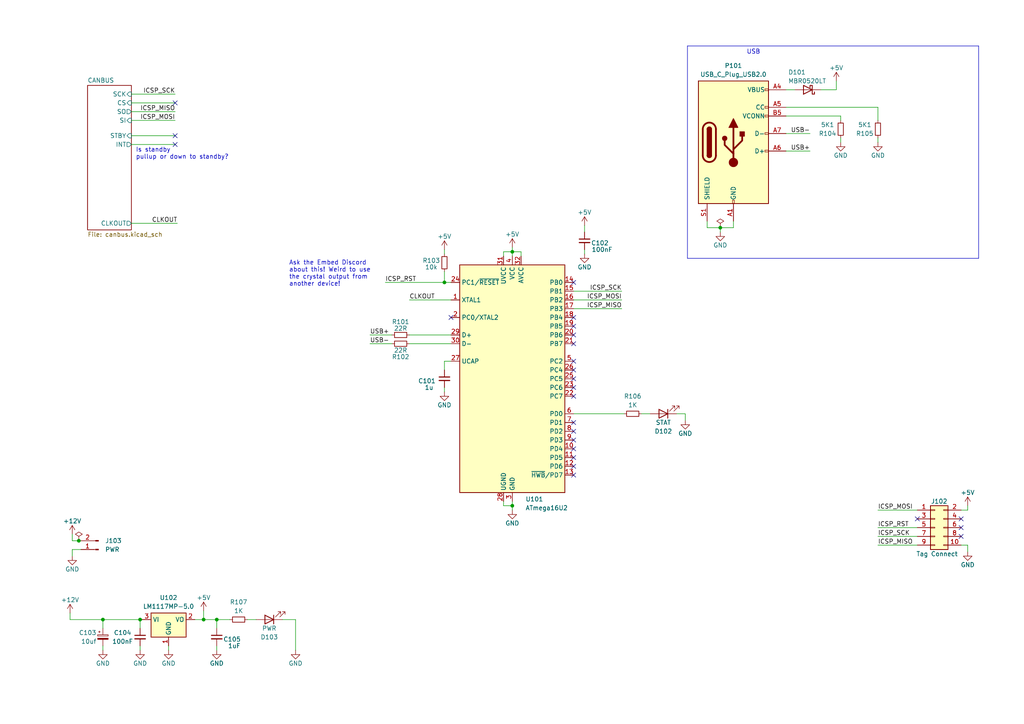
<source format=kicad_sch>
(kicad_sch (version 20230121) (generator eeschema)
  (paper "A4")
  (title_block (title "CANIO") (rev "${REVISION}") (company "Kitsune Robotics"))
  (lib_symbols
    (symbol "Connector:Conn_01x02_Pin" (pin_names (offset 1.016) hide)
      (property "Reference" "J" (at 0 2.54 0))
      (property "Value" "Conn_01x02_Pin" (at 0 -5.08 0))
      (symbol "Conn_01x02_Pin_1_1"
        (polyline (pts (xy 1.27 -2.54) (xy 0.8636 -2.54)) (stroke (width 0.1524)))
        (polyline (pts (xy 1.27 0) (xy 0.8636 0)) (stroke (width 0.1524)))
        (rectangle (start 0.8636 -2.413) (end 0 -2.667) (stroke (width 0.1524)) (fill (type outline)))
        (rectangle (start 0.8636 0.127) (end 0 -0.127) (stroke (width 0.1524)) (fill (type outline)))
        (pin passive line (at 5.08 0 180) (length 3.81) (name "Pin_1") (number "1"))
        (pin passive line (at 5.08 -2.54 180) (length 3.81) (name "Pin_2") (number "2"))
      )
    )
    (symbol "Connector:USB_C_Plug_USB2.0" (pin_names (offset 1.016))
      (property "Reference" "P" (at -10.16 19.05 0))
      (property "Value" "USB_C_Plug_USB2.0" (at 12.7 19.05 0))
      (symbol "USB_C_Plug_USB2.0_0_0"
        (rectangle (start -0.254 -17.78) (end 0.254 -16.764))
        (rectangle (start 10.16 -2.286) (end 9.144 -2.794))
        (rectangle (start 10.16 2.794) (end 9.144 2.286))
        (rectangle (start 10.16 7.874) (end 9.144 7.366))
        (rectangle (start 10.16 10.414) (end 9.144 9.906))
        (rectangle (start 10.16 15.494) (end 9.144 14.986))
      )
      (symbol "USB_C_Plug_USB2.0_0_1"
        (rectangle (start -10.16 17.78) (end 10.16 -17.78) (stroke (width 0.254)) (fill (type background)))
        (arc (start -8.89 -3.81) (mid -6.985 -5.7067) (end -5.08 -3.81) (stroke (width 0.508)))
        (arc (start -7.62 -3.81) (mid -6.985 -4.4423) (end -6.35 -3.81) (stroke (width 0.254)))
        (arc (start -7.62 -3.81) (mid -6.985 -4.4423) (end -6.35 -3.81) (stroke (width 0.254)) (fill (type outline)))
        (rectangle (start -7.62 -3.81) (end -6.35 3.81) (stroke (width 0.254)) (fill (type outline)))
        (arc (start -6.35 3.81) (mid -6.985 4.4423) (end -7.62 3.81) (stroke (width 0.254)))
        (arc (start -6.35 3.81) (mid -6.985 4.4423) (end -7.62 3.81) (stroke (width 0.254)) (fill (type outline)))
        (arc (start -5.08 3.81) (mid -6.985 5.7067) (end -8.89 3.81) (stroke (width 0.508)))
        (circle (center -2.54 1.143) (radius 0.635) (stroke (width 0.254)) (fill (type outline)))
        (circle (center 0 -5.842) (radius 1.27) (fill (type outline)))
        (polyline (pts (xy -8.89 -3.81) (xy -8.89 3.81)) (stroke (width 0.508)))
        (polyline (pts (xy -5.08 3.81) (xy -5.08 -3.81)) (stroke (width 0.508)))
        (polyline (pts (xy 0 -5.842) (xy 0 4.318)) (stroke (width 0.508)))
        (polyline (pts (xy 0 -3.302) (xy -2.54 -0.762) (xy -2.54 0.508)) (stroke (width 0.508)))
        (polyline (pts (xy 0 -2.032) (xy 2.54 0.508) (xy 2.54 1.778)) (stroke (width 0.508)))
        (polyline (pts (xy -1.27 4.318) (xy 0 6.858) (xy 1.27 4.318) (xy -1.27 4.318)) (stroke (width 0.254)) (fill (type outline)))
        (rectangle (start 1.905 1.778) (end 3.175 3.048) (stroke (width 0.254)) (fill (type outline)))
      )
      (symbol "USB_C_Plug_USB2.0_1_1"
        (pin passive line (at 0 -22.86 90) (length 5.08) (name "GND") (number "A1"))
        (pin passive line (at 0 -22.86 90) (length 5.08) hide (name "GND") (number "A12"))
        (pin passive line (at 15.24 15.24 180) (length 5.08) (name "VBUS") (number "A4"))
        (pin bidirectional line (at 15.24 10.16 180) (length 5.08) (name "CC") (number "A5"))
        (pin bidirectional line (at 15.24 -2.54 180) (length 5.08) (name "D+") (number "A6"))
        (pin bidirectional line (at 15.24 2.54 180) (length 5.08) (name "D-") (number "A7"))
        (pin passive line (at 15.24 15.24 180) (length 5.08) hide (name "VBUS") (number "A9"))
        (pin passive line (at 0 -22.86 90) (length 5.08) hide (name "GND") (number "B1"))
        (pin passive line (at 0 -22.86 90) (length 5.08) hide (name "GND") (number "B12"))
        (pin passive line (at 15.24 15.24 180) (length 5.08) hide (name "VBUS") (number "B4"))
        (pin bidirectional line (at 15.24 7.62 180) (length 5.08) (name "VCONN") (number "B5"))
        (pin passive line (at 15.24 15.24 180) (length 5.08) hide (name "VBUS") (number "B9"))
        (pin passive line (at -7.62 -22.86 90) (length 5.08) (name "SHIELD") (number "S1"))
      )
    )
    (symbol "Connector_Generic:Conn_02x05_Odd_Even" (pin_names (offset 1.016) hide)
      (property "Reference" "J" (at 1.27 7.62 0))
      (property "Value" "Conn_02x05_Odd_Even" (at 1.27 -7.62 0))
      (symbol "Conn_02x05_Odd_Even_1_1"
        (rectangle (start -1.27 -4.953) (end 0 -5.207) (stroke (width 0.1524)))
        (rectangle (start -1.27 -2.413) (end 0 -2.667) (stroke (width 0.1524)))
        (rectangle (start -1.27 0.127) (end 0 -0.127) (stroke (width 0.1524)))
        (rectangle (start -1.27 2.667) (end 0 2.413) (stroke (width 0.1524)))
        (rectangle (start -1.27 5.207) (end 0 4.953) (stroke (width 0.1524)))
        (rectangle (start -1.27 6.35) (end 3.81 -6.35) (stroke (width 0.254)) (fill (type background)))
        (rectangle (start 3.81 -4.953) (end 2.54 -5.207) (stroke (width 0.1524)))
        (rectangle (start 3.81 -2.413) (end 2.54 -2.667) (stroke (width 0.1524)))
        (rectangle (start 3.81 0.127) (end 2.54 -0.127) (stroke (width 0.1524)))
        (rectangle (start 3.81 2.667) (end 2.54 2.413) (stroke (width 0.1524)))
        (rectangle (start 3.81 5.207) (end 2.54 4.953) (stroke (width 0.1524)))
        (pin passive line (at -5.08 5.08 0) (length 3.81) (name "Pin_1") (number "1"))
        (pin passive line (at 7.62 -5.08 180) (length 3.81) (name "Pin_10") (number "10"))
        (pin passive line (at 7.62 5.08 180) (length 3.81) (name "Pin_2") (number "2"))
        (pin passive line (at -5.08 2.54 0) (length 3.81) (name "Pin_3") (number "3"))
        (pin passive line (at 7.62 2.54 180) (length 3.81) (name "Pin_4") (number "4"))
        (pin passive line (at -5.08 0 0) (length 3.81) (name "Pin_5") (number "5"))
        (pin passive line (at 7.62 0 180) (length 3.81) (name "Pin_6") (number "6"))
        (pin passive line (at -5.08 -2.54 0) (length 3.81) (name "Pin_7") (number "7"))
        (pin passive line (at 7.62 -2.54 180) (length 3.81) (name "Pin_8") (number "8"))
        (pin passive line (at -5.08 -5.08 0) (length 3.81) (name "Pin_9") (number "9"))
      )
    )
    (symbol "Device:C_Polarized_Small" (pin_numbers hide) (pin_names (offset 0.254) hide)
      (property "Reference" "C" (at 0.254 1.778 0))
      (property "Value" "C_Polarized_Small" (at 0.254 -2.032 0))
      (symbol "C_Polarized_Small_0_1"
        (rectangle (start -1.524 -0.3048) (end 1.524 -0.6858) (fill (type outline)))
        (rectangle (start -1.524 0.6858) (end 1.524 0.3048))
        (polyline (pts (xy -1.27 1.524) (xy -0.762 1.524)))
        (polyline (pts (xy -1.016 1.27) (xy -1.016 1.778)))
      )
      (symbol "C_Polarized_Small_1_1"
        (pin passive line (at 0 2.54 270) (length 1.8542) (name "~") (number "1"))
        (pin passive line (at 0 -2.54 90) (length 1.8542) (name "~") (number "2"))
      )
    )
    (symbol "Device:C_Small" (pin_numbers hide) (pin_names (offset 0.254) hide)
      (property "Reference" "C" (at 0.254 1.778 0))
      (property "Value" "C_Small" (at 0.254 -2.032 0))
      (symbol "C_Small_0_1"
        (polyline (pts (xy -1.524 -0.508) (xy 1.524 -0.508)) (stroke (width 0.3302)))
        (polyline (pts (xy -1.524 0.508) (xy 1.524 0.508)) (stroke (width 0.3048)))
      )
      (symbol "C_Small_1_1"
        (pin passive line (at 0 2.54 270) (length 2.032) (name "~") (number "1"))
        (pin passive line (at 0 -2.54 90) (length 2.032) (name "~") (number "2"))
      )
    )
    (symbol "Device:LED" (pin_numbers hide) (pin_names (offset 1.016) hide)
      (property "Reference" "D" (at 0 2.54 0))
      (property "Value" "LED" (at 0 -2.54 0))
      (symbol "LED_0_1"
        (polyline (pts (xy -1.27 -1.27) (xy -1.27 1.27)) (stroke (width 0.254)))
        (polyline (pts (xy -1.27 0) (xy 1.27 0)))
        (polyline (pts (xy 1.27 -1.27) (xy 1.27 1.27) (xy -1.27 0) (xy 1.27 -1.27)) (stroke (width 0.254)))
        (polyline (pts (xy -3.048 -0.762) (xy -4.572 -2.286) (xy -3.81 -2.286) (xy -4.572 -2.286) (xy -4.572 -1.524)))
        (polyline (pts (xy -1.778 -0.762) (xy -3.302 -2.286) (xy -2.54 -2.286) (xy -3.302 -2.286) (xy -3.302 -1.524)))
      )
      (symbol "LED_1_1"
        (pin passive line (at -3.81 0 0) (length 2.54) (name "K") (number "1"))
        (pin passive line (at 3.81 0 180) (length 2.54) (name "A") (number "2"))
      )
    )
    (symbol "Device:R_Small" (pin_numbers hide) (pin_names (offset 0.254) hide)
      (property "Reference" "R" (at 0.762 0.508 0))
      (property "Value" "R_Small" (at 0.762 -1.016 0))
      (symbol "R_Small_0_1"
        (rectangle (start -0.762 1.778) (end 0.762 -1.778) (stroke (width 0.2032)))
      )
      (symbol "R_Small_1_1"
        (pin passive line (at 0 2.54 270) (length 0.762) (name "~") (number "1"))
        (pin passive line (at 0 -2.54 90) (length 0.762) (name "~") (number "2"))
      )
    )
    (symbol "Diode:MBR0520LT" (pin_numbers hide) (pin_names (offset 1.016) hide)
      (property "Reference" "D" (at 0 2.54 0))
      (property "Value" "MBR0520LT" (at 0 -2.54 0))
      (symbol "MBR0520LT_0_1"
        (polyline (pts (xy 1.27 0) (xy -1.27 0)))
        (polyline (pts (xy 1.27 1.27) (xy 1.27 -1.27) (xy -1.27 0) (xy 1.27 1.27)) (stroke (width 0.254)))
        (polyline (pts (xy -1.905 0.635) (xy -1.905 1.27) (xy -1.27 1.27) (xy -1.27 -1.27) (xy -0.635 -1.27) (xy -0.635 -0.635)) (stroke (width 0.254)))
      )
      (symbol "MBR0520LT_1_1"
        (pin passive line (at -3.81 0 0) (length 2.54) (name "K") (number "1"))
        (pin passive line (at 3.81 0 180) (length 2.54) (name "A") (number "2"))
      )
    )
    (symbol "GND_1" (power) (pin_names (offset 0))
      (property "Value" "GND_1" (at 0 -3.81 0))
      (symbol "GND_1_0_1"
        (polyline (pts (xy 0 0) (xy 0 -1.27) (xy 1.27 -1.27) (xy 0 -2.54) (xy -1.27 -1.27) (xy 0 -1.27)))
      )
      (symbol "GND_1_1_1"
        (pin power_in line (at 0 0 270) (length 0) hide (name "GND") (number "1"))
      )
    )
    (symbol "GND_3" (power) (pin_names (offset 0))
      (property "Value" "GND_3" (at 0 -3.81 0))
      (symbol "GND_3_0_1"
        (polyline (pts (xy 0 0) (xy 0 -1.27) (xy 1.27 -1.27) (xy 0 -2.54) (xy -1.27 -1.27) (xy 0 -1.27)))
      )
      (symbol "GND_3_1_1"
        (pin power_in line (at 0 0 270) (length 0) hide (name "GND") (number "1"))
      )
    )
    (symbol "GND_4" (power) (pin_names (offset 0))
      (property "Value" "GND_4" (at 0 -3.81 0))
      (symbol "GND_4_0_1"
        (polyline (pts (xy 0 0) (xy 0 -1.27) (xy 1.27 -1.27) (xy 0 -2.54) (xy -1.27 -1.27) (xy 0 -1.27)))
      )
      (symbol "GND_4_1_1"
        (pin power_in line (at 0 0 270) (length 0) hide (name "GND") (number "1"))
      )
    )
    (symbol "GND_5" (power) (pin_names (offset 0))
      (property "Value" "GND_5" (at 0 -3.81 0))
      (symbol "GND_5_0_1"
        (polyline (pts (xy 0 0) (xy 0 -1.27) (xy 1.27 -1.27) (xy 0 -2.54) (xy -1.27 -1.27) (xy 0 -1.27)))
      )
      (symbol "GND_5_1_1"
        (pin power_in line (at 0 0 270) (length 0) hide (name "GND") (number "1"))
      )
    )
    (symbol "GND_6" (power) (pin_names (offset 0))
      (property "Value" "GND_6" (at 0 -3.81 0))
      (symbol "GND_6_0_1"
        (polyline (pts (xy 0 0) (xy 0 -1.27) (xy 1.27 -1.27) (xy 0 -2.54) (xy -1.27 -1.27) (xy 0 -1.27)))
      )
      (symbol "GND_6_1_1"
        (pin power_in line (at 0 0 270) (length 0) hide (name "GND") (number "1"))
      )
    )
    (symbol "MCU_Microchip_ATmega:ATmega16U2-A"
      (property "Reference" "U" (at -15.24 34.29 0))
      (property "Value" "ATmega16U2-A" (at 2.54 -34.29 0))
      (symbol "ATmega16U2-A_0_1"
        (rectangle (start -15.24 -33.02) (end 15.24 33.02) (stroke (width 0.254)) (fill (type background)))
      )
      (symbol "ATmega16U2-A_1_1"
        (pin input line (at -17.78 22.86 0) (length 2.54) (name "XTAL1") (number "1"))
        (pin bidirectional line (at 17.78 -20.32 180) (length 2.54) (name "PD4") (number "10"))
        (pin bidirectional line (at 17.78 -22.86 180) (length 2.54) (name "PD5") (number "11"))
        (pin bidirectional line (at 17.78 -25.4 180) (length 2.54) (name "PD6") (number "12"))
        (pin bidirectional line (at 17.78 -27.94 180) (length 2.54) (name "~{HWB}/PD7") (number "13"))
        (pin bidirectional line (at 17.78 27.94 180) (length 2.54) (name "PB0") (number "14"))
        (pin bidirectional line (at 17.78 25.4 180) (length 2.54) (name "PB1") (number "15"))
        (pin bidirectional line (at 17.78 22.86 180) (length 2.54) (name "PB2") (number "16"))
        (pin bidirectional line (at 17.78 20.32 180) (length 2.54) (name "PB3") (number "17"))
        (pin bidirectional line (at 17.78 17.78 180) (length 2.54) (name "PB4") (number "18"))
        (pin bidirectional line (at 17.78 15.24 180) (length 2.54) (name "PB5") (number "19"))
        (pin bidirectional line (at -17.78 17.78 0) (length 2.54) (name "PC0/XTAL2") (number "2"))
        (pin bidirectional line (at 17.78 12.7 180) (length 2.54) (name "PB6") (number "20"))
        (pin bidirectional line (at 17.78 10.16 180) (length 2.54) (name "PB7") (number "21"))
        (pin bidirectional line (at 17.78 -5.08 180) (length 2.54) (name "PC7") (number "22"))
        (pin bidirectional line (at 17.78 -2.54 180) (length 2.54) (name "PC6") (number "23"))
        (pin bidirectional line (at -17.78 27.94 0) (length 2.54) (name "PC1/~{RESET}") (number "24"))
        (pin bidirectional line (at 17.78 0 180) (length 2.54) (name "PC5") (number "25"))
        (pin bidirectional line (at 17.78 2.54 180) (length 2.54) (name "PC4") (number "26"))
        (pin passive line (at -17.78 5.08 0) (length 2.54) (name "UCAP") (number "27"))
        (pin power_in line (at -2.54 -35.56 90) (length 2.54) (name "UGND") (number "28"))
        (pin bidirectional line (at -17.78 12.7 0) (length 2.54) (name "D+") (number "29"))
        (pin power_in line (at 0 -35.56 90) (length 2.54) (name "GND") (number "3"))
        (pin bidirectional line (at -17.78 10.16 0) (length 2.54) (name "D-") (number "30"))
        (pin power_in line (at -2.54 35.56 270) (length 2.54) (name "UVCC") (number "31"))
        (pin power_in line (at 2.54 35.56 270) (length 2.54) (name "AVCC") (number "32"))
        (pin power_in line (at 0 35.56 270) (length 2.54) (name "VCC") (number "4"))
        (pin bidirectional line (at 17.78 5.08 180) (length 2.54) (name "PC2") (number "5"))
        (pin bidirectional line (at 17.78 -10.16 180) (length 2.54) (name "PD0") (number "6"))
        (pin bidirectional line (at 17.78 -12.7 180) (length 2.54) (name "PD1") (number "7"))
        (pin bidirectional line (at 17.78 -15.24 180) (length 2.54) (name "PD2") (number "8"))
        (pin bidirectional line (at 17.78 -17.78 180) (length 2.54) (name "PD3") (number "9"))
      )
    )
    (symbol "Regulator_Linear:LM1117MP-5.0"
      (property "Reference" "U" (at -3.81 3.175 0))
      (property "Value" "LM1117MP-5.0" (at 0 3.175 0))
      (symbol "LM1117MP-5.0_0_1"
        (rectangle (start -5.08 -5.08) (end 5.08 1.905) (stroke (width 0.254)) (fill (type background)))
      )
      (symbol "LM1117MP-5.0_1_1"
        (pin power_in line (at 0 -7.62 90) (length 2.54) (name "GND") (number "1"))
        (pin power_out line (at 7.62 0 180) (length 2.54) (name "VO") (number "2"))
        (pin power_in line (at -7.62 0 0) (length 2.54) (name "VI") (number "3"))
      )
    )
    (symbol "power:+12V" (power) (pin_names (offset 0))
      (property "Value" "+12V" (at 0 3.556 0))
      (symbol "+12V_0_1"
        (polyline (pts (xy -0.762 1.27) (xy 0 2.54)))
        (polyline (pts (xy 0 0) (xy 0 2.54)))
        (polyline (pts (xy 0 2.54) (xy 0.762 1.27)))
      )
      (symbol "+12V_1_1"
        (pin power_in line (at 0 0 90) (length 0) hide (name "+12V") (number "1"))
      )
    )
    (symbol "power:+5V" (power) (pin_names (offset 0))
      (property "Value" "+5V" (at 0 3.556 0))
      (symbol "+5V_0_1"
        (polyline (pts (xy -0.762 1.27) (xy 0 2.54)))
        (polyline (pts (xy 0 0) (xy 0 2.54)))
        (polyline (pts (xy 0 2.54) (xy 0.762 1.27)))
      )
      (symbol "+5V_1_1"
        (pin power_in line (at 0 0 90) (length 0) hide (name "+5V") (number "1"))
      )
    )
    (symbol "power:GND" (power) (pin_names (offset 0))
      (property "Value" "GND" (at 0 -3.81 0))
      (symbol "GND_0_1"
        (polyline (pts (xy 0 0) (xy 0 -1.27) (xy 1.27 -1.27) (xy 0 -2.54) (xy -1.27 -1.27) (xy 0 -1.27)))
      )
      (symbol "GND_1_1"
        (pin power_in line (at 0 0 270) (length 0) hide (name "GND") (number "1"))
      )
    )
    (symbol "power:PWR_FLAG" (power) (pin_numbers hide) (pin_names (offset 0) hide)
      (property "Value" "PWR_FLAG" (at 0 3.81 0))
      (symbol "PWR_FLAG_0_0"
        (pin power_out line (at 0 0 90) (length 0) (name "pwr") (number "1"))
      )
      (symbol "PWR_FLAG_0_1"
        (polyline (pts (xy 0 0) (xy 0 1.27) (xy -1.016 1.905) (xy 0 2.54) (xy 1.016 1.905) (xy 0 1.27)))
      )
    )
  )
  (junction (at 128.905 81.915))
  (junction (at 208.915 66.04))
  (junction (at 59.055 179.705))
  (junction (at 148.59 73.025))
  (junction (at 62.865 179.705))
  (junction (at 29.845 179.705))
  (junction (at 148.59 146.685))
  (junction (at 22.86 156.845))
  (junction (at 40.64 179.705))
  (no_connect (at 130.81 92.075))
  (no_connect (at 50.8 41.91))
  (no_connect (at 166.37 130.175))
  (no_connect (at 166.37 132.715))
  (no_connect (at 266.065 150.495))
  (no_connect (at 166.37 104.775))
  (no_connect (at 50.8 39.37))
  (no_connect (at 166.37 122.555))
  (no_connect (at 166.37 109.855))
  (no_connect (at 166.37 127.635))
  (no_connect (at 166.37 94.615))
  (no_connect (at 50.8 29.845))
  (no_connect (at 278.765 153.035))
  (no_connect (at 166.37 137.795))
  (no_connect (at 166.37 107.315))
  (no_connect (at 166.37 135.255))
  (no_connect (at 166.37 125.095))
  (no_connect (at 166.37 99.695))
  (no_connect (at 278.765 150.495))
  (no_connect (at 166.37 112.395))
  (no_connect (at 166.37 81.915))
  (no_connect (at 166.37 97.155))
  (no_connect (at 166.37 114.935))
  (no_connect (at 278.765 155.575))
  (no_connect (at 166.37 92.075))
  (wire (pts (xy 40.64 179.705) (xy 41.275 179.705)))
  (wire (pts (xy 128.905 72.39) (xy 128.905 73.66)))
  (wire (pts (xy 254.635 155.575) (xy 266.065 155.575)))
  (wire (pts (xy 20.955 156.845) (xy 22.86 156.845)))
  (wire (pts (xy 148.59 71.755) (xy 148.59 73.025)))
  (wire (pts (xy 278.765 147.955) (xy 280.67 147.955)))
  (wire (pts (xy 227.965 33.655) (xy 243.84 33.655)))
  (wire (pts (xy 280.67 158.115) (xy 280.67 160.02)))
  (wire (pts (xy 243.84 33.655) (xy 243.84 34.925)))
  (wire (pts (xy 29.845 179.705) (xy 40.64 179.705)))
  (wire (pts (xy 48.895 187.325) (xy 48.895 188.595)))
  (polyline (pts (xy 199.39 74.93) (xy 199.39 13.335)))
  (wire (pts (xy 128.905 112.395) (xy 128.905 113.665)))
  (wire (pts (xy 198.755 120.015) (xy 198.755 121.92)))
  (wire (pts (xy 29.845 188.595) (xy 29.845 187.325)))
  (wire (pts (xy 169.545 65.405) (xy 169.545 67.31)))
  (wire (pts (xy 59.055 179.705) (xy 62.865 179.705)))
  (wire (pts (xy 208.915 66.04) (xy 208.915 67.31)))
  (wire (pts (xy 254.635 41.275) (xy 254.635 40.005)))
  (wire (pts (xy 254.635 158.115) (xy 266.065 158.115)))
  (wire (pts (xy 85.725 179.705) (xy 85.725 188.595)))
  (wire (pts (xy 180.34 84.455) (xy 166.37 84.455)))
  (wire (pts (xy 81.915 179.705) (xy 85.725 179.705)))
  (wire (pts (xy 212.725 66.04) (xy 212.725 64.135)))
  (wire (pts (xy 40.64 179.705) (xy 40.64 182.245)))
  (wire (pts (xy 254.635 153.035) (xy 266.065 153.035)))
  (wire (pts (xy 107.315 97.155) (xy 113.665 97.155)))
  (wire (pts (xy 227.965 31.115) (xy 254.635 31.115)))
  (wire (pts (xy 227.965 43.815) (xy 234.95 43.815)))
  (wire (pts (xy 238.125 26.035) (xy 242.57 26.035)))
  (wire (pts (xy 107.315 99.695) (xy 113.665 99.695)))
  (wire (pts (xy 151.13 74.295) (xy 151.13 73.025)))
  (wire (pts (xy 148.59 146.685) (xy 148.59 147.955)))
  (wire (pts (xy 146.05 73.025) (xy 148.59 73.025)))
  (wire (pts (xy 38.1 27.305) (xy 50.8 27.305)))
  (wire (pts (xy 148.59 145.415) (xy 148.59 146.685)))
  (wire (pts (xy 208.915 66.04) (xy 212.725 66.04)))
  (wire (pts (xy 40.64 187.325) (xy 40.64 188.595)))
  (wire (pts (xy 59.055 179.705) (xy 56.515 179.705)))
  (wire (pts (xy 280.67 147.955) (xy 280.67 146.685)))
  (wire (pts (xy 180.34 89.535) (xy 166.37 89.535)))
  (wire (pts (xy 254.635 147.955) (xy 266.065 147.955)))
  (wire (pts (xy 22.86 156.845) (xy 23.495 156.845)))
  (wire (pts (xy 62.865 188.595) (xy 62.865 187.325)))
  (wire (pts (xy 166.37 120.015) (xy 180.975 120.015)))
  (wire (pts (xy 38.1 32.385) (xy 50.8 32.385)))
  (wire (pts (xy 243.84 41.275) (xy 243.84 40.005)))
  (wire (pts (xy 148.59 73.025) (xy 148.59 74.295)))
  (wire (pts (xy 20.32 179.705) (xy 29.845 179.705)))
  (wire (pts (xy 38.1 34.925) (xy 50.8 34.925)))
  (wire (pts (xy 205.105 66.04) (xy 208.915 66.04)))
  (wire (pts (xy 20.955 154.94) (xy 20.955 156.845)))
  (wire (pts (xy 254.635 31.115) (xy 254.635 34.925)))
  (wire (pts (xy 128.905 104.775) (xy 130.81 104.775)))
  (wire (pts (xy 205.105 64.135) (xy 205.105 66.04)))
  (wire (pts (xy 146.05 74.295) (xy 146.05 73.025)))
  (wire (pts (xy 71.755 179.705) (xy 74.295 179.705)))
  (polyline (pts (xy 283.845 13.335) (xy 283.845 74.93)))
  (wire (pts (xy 118.745 99.695) (xy 130.81 99.695)))
  (wire (pts (xy 62.865 179.705) (xy 66.675 179.705)))
  (polyline (pts (xy 199.39 13.335) (xy 283.845 13.335)))
  (wire (pts (xy 111.76 81.915) (xy 128.905 81.915)))
  (wire (pts (xy 180.34 86.995) (xy 166.37 86.995)))
  (wire (pts (xy 20.32 177.8) (xy 20.32 179.705)))
  (wire (pts (xy 62.865 179.705) (xy 62.865 182.245)))
  (wire (pts (xy 128.905 81.915) (xy 130.81 81.915)))
  (wire (pts (xy 38.1 41.91) (xy 50.8 41.91)))
  (wire (pts (xy 38.1 29.845) (xy 50.8 29.845)))
  (wire (pts (xy 196.215 120.015) (xy 198.755 120.015)))
  (wire (pts (xy 38.1 39.37) (xy 50.8 39.37)))
  (wire (pts (xy 169.545 72.39) (xy 169.545 73.66)))
  (polyline (pts (xy 283.845 74.93) (xy 199.39 74.93)))
  (wire (pts (xy 38.1 64.77) (xy 51.435 64.77)))
  (wire (pts (xy 20.955 159.385) (xy 20.955 161.29)))
  (wire (pts (xy 118.745 97.155) (xy 130.81 97.155)))
  (wire (pts (xy 128.905 78.74) (xy 128.905 81.915)))
  (wire (pts (xy 128.905 104.775) (xy 128.905 107.315)))
  (wire (pts (xy 227.965 38.735) (xy 234.95 38.735)))
  (wire (pts (xy 278.765 158.115) (xy 280.67 158.115)))
  (wire (pts (xy 29.845 179.705) (xy 29.845 182.245)))
  (wire (pts (xy 242.57 26.035) (xy 242.57 23.495)))
  (wire (pts (xy 186.055 120.015) (xy 188.595 120.015)))
  (wire (pts (xy 59.055 177.165) (xy 59.055 179.705)))
  (wire (pts (xy 146.05 146.685) (xy 148.59 146.685)))
  (wire (pts (xy 227.965 26.035) (xy 230.505 26.035)))
  (wire (pts (xy 151.13 73.025) (xy 148.59 73.025)))
  (wire (pts (xy 146.05 145.415) (xy 146.05 146.685)))
  (wire (pts (xy 118.745 86.995) (xy 130.81 86.995)))
  (wire (pts (xy 23.495 159.385) (xy 20.955 159.385)))
  (text "Ask the Embed Discord\nabout this! Weird to use \nthe crystal output from \nanother device!" (at 83.82 83.185 0) (effects (font (size 1.27 1.27)) (justify left bottom)))
  (text "Is standby\npullup or down to standby?" (at 39.37 46.355 0) (effects (font (size 1.27 1.27)) (justify left bottom)))
  (text "USB" (at 216.535 15.875 0) (effects (font (size 1.27 1.27)) (justify left bottom)))
  (label "ICSP_MOSI" (at 180.34 86.995 180))
  (label "CLKOUT" (at 118.745 86.995 0))
  (label "ICSP_MOSI" (at 254.635 147.955 0))
  (label "ICSP_RST" (at 111.76 81.915 0))
  (label "CLKOUT" (at 51.435 64.77 180))
  (label "USB-" (at 234.95 38.735 180))
  (label "ICSP_MOSI" (at 50.8 34.925 180))
  (label "ICSP_RST" (at 254.635 153.035 0))
  (label "USB+" (at 234.95 43.815 180))
  (label "USB+" (at 107.315 97.155 0))
  (label "ICSP_MISO" (at 180.34 89.535 180))
  (label "ICSP_SCK" (at 180.34 84.455 180))
  (label "ICSP_SCK" (at 50.8 27.305 180))
  (label "ICSP_MISO" (at 50.8 32.385 180))
  (label "ICSP_MISO" (at 254.635 158.115 0))
  (label "ICSP_SCK" (at 254.635 155.575 0))
  (label "USB-" (at 107.315 99.695 0))
  (symbol (lib_id "power:GND") (at 254.635 41.275 0) (unit 1)
    (property "Reference" "#PWR0106" (effects hide))
    (property "Value" "GND" (at 254.635 45.085 0))
  )
  (symbol (lib_id "power:+5V") (at 59.055 177.165 0) (unit 1)
    (property "Reference" "#PWR0117" (effects hide))
    (property "Value" "+5V" (at 59.055 173.355 0))
  )
  (symbol (lib_id "Device:C_Small") (at 40.64 184.785 0) (unit 1)
    (property "Reference" "C104" (at 35.56 183.515 0))
    (property "Value" "100nF" (at 35.56 186.055 0))
    (property "Footprint" "Capacitor_SMD:C_0805_2012Metric" (effects hide))
  )
  (symbol (lib_id "Regulator_Linear:LM1117MP-5.0") (at 48.895 179.705 0) (unit 1)
    (property "Reference" "U102" (at 48.895 173.355 0))
    (property "Value" "LM1117MP-5.0" (at 48.895 175.895 0))
    (property "Footprint" "Package_TO_SOT_SMD:SOT-223-3_TabPin2" (effects hide))
    (property "Datasheet" "http://www.ti.com/lit/ds/symlink/lm1117.pdf" (effects hide))
  )
  (symbol (lib_name "GND_6") (lib_id "power:GND") (at 62.865 188.595 0) (unit 1)
    (property "Reference" "#PWR0118" (effects hide))
    (property "Value" "GND" (at 62.865 192.405 0))
  )
  (symbol (lib_id "power:GND") (at 208.915 67.31 0) (unit 1)
    (property "Reference" "#PWR0101" (effects hide))
    (property "Value" "GND" (at 208.915 71.12 0))
  )
  (symbol (lib_name "GND_4") (lib_id "power:GND") (at 29.845 188.595 0) (unit 1)
    (property "Reference" "#PWR0114" (effects hide))
    (property "Value" "GND" (at 29.845 192.405 0))
  )
  (symbol (lib_name "GND_5") (lib_id "power:GND") (at 169.545 73.66 0) (unit 1)
    (property "Reference" "#PWR0109" (effects hide))
    (property "Value" "GND" (at 169.545 77.47 0))
  )
  (symbol (lib_id "power:PWR_FLAG") (at 22.86 156.845 0) (unit 1)
    (property "Reference" "#FLG0102" (effects hide))
    (property "Value" "PWR_FLAG" (effects hide))
  )
  (symbol (lib_id "power:GND") (at 280.67 160.02 0) (unit 1)
    (property "Reference" "#PWR0112" (effects hide))
    (property "Value" "GND" (at 280.67 163.83 0))
  )
  (symbol (lib_id "power:+5V") (at 280.67 146.685 0) (unit 1)
    (property "Reference" "#PWR0111" (effects hide))
    (property "Value" "+5V" (at 280.67 142.875 0))
  )
  (symbol (lib_id "Device:C_Small") (at 62.865 184.785 0) (unit 1)
    (property "Reference" "C105" (at 67.31 185.42 0))
    (property "Value" "1uF" (at 67.945 187.325 0))
    (property "Footprint" "Capacitor_SMD:C_0805_2012Metric" (effects hide))
  )
  (symbol (lib_id "Device:R_Small") (at 128.905 76.2 180) (unit 1)
    (property "Reference" "R103" (at 125.095 75.565 0))
    (property "Value" "10k" (at 125.095 77.47 0))
    (property "Footprint" "Resistor_SMD:R_0805_2012Metric" (effects hide))
  )
  (symbol (lib_name "GND_5") (lib_id "power:GND") (at 128.905 113.665 0) (unit 1)
    (property "Reference" "#PWR0104" (effects hide))
    (property "Value" "GND" (at 128.905 117.475 0))
  )
  (symbol (lib_name "GND_3") (lib_id "power:GND") (at 40.64 188.595 0) (unit 1)
    (property "Reference" "#PWR0115" (effects hide))
    (property "Value" "GND" (at 40.64 192.405 0))
  )
  (symbol (lib_id "Device:R_Small") (at 183.515 120.015 90) (unit 1)
    (property "Reference" "R106" (at 183.515 114.935 90))
    (property "Value" "1K" (at 183.515 117.475 90))
    (property "Footprint" "Resistor_SMD:R_0805_2012Metric" (effects hide))
  )
  (symbol (lib_id "Connector:USB_C_Plug_USB2.0") (at 212.725 41.275 0) (unit 1)
    (property "Reference" "P101" (at 212.725 19.05 0))
    (property "Value" "USB_C_Plug_USB2.0" (at 212.725 21.59 0))
    (property "Footprint" "KenwoodFox:USB_C_Receptacle_XKB_U262-16XN-4BVC11_Full_Pads" (effects hide))
    (property "Datasheet" "https://www.usb.org/sites/default/files/documents/usb_type-c.zip" (effects hide))
  )
  (symbol (lib_id "Device:LED") (at 78.105 179.705 180) (unit 1)
    (property "Reference" "D103" (at 78.105 184.785 0))
    (property "Value" "PWR" (at 78.105 182.245 0))
    (property "Footprint" "LED_SMD:LED_0805_2012Metric" (effects hide))
  )
  (symbol (lib_id "power:+12V") (at 20.32 177.8 0) (unit 1)
    (property "Reference" "#PWR0113" (effects hide))
    (property "Value" "+12V" (at 20.32 173.99 0))
  )
  (symbol (lib_id "power:+5V") (at 169.545 65.405 0) (unit 1)
    (property "Reference" "#PWR0108" (effects hide))
    (property "Value" "+5V" (at 169.545 61.595 0))
  )
  (symbol (lib_id "power:+12V") (at 20.955 154.94 0) (unit 1)
    (property "Reference" "#PWR0121" (effects hide))
    (property "Value" "+12V" (at 20.955 151.13 0))
  )
  (symbol (lib_id "Device:C_Small") (at 128.905 109.855 0) (unit 1)
    (property "Reference" "C101" (at 123.825 110.49 0))
    (property "Value" "1u" (at 124.46 112.395 0))
    (property "Footprint" "Capacitor_SMD:C_0805_2012Metric" (effects hide))
  )
  (symbol (lib_id "power:PWR_FLAG") (at 208.915 66.04 0) (unit 1)
    (property "Reference" "#FLG0101" (effects hide))
    (property "Value" "PWR_FLAG" (effects hide))
  )
  (symbol (lib_id "Device:R_Small") (at 243.84 37.465 180) (unit 1)
    (property "Reference" "R104" (at 240.03 38.735 0))
    (property "Value" "5K1" (at 240.03 36.195 0))
    (property "Footprint" "Resistor_SMD:R_0805_2012Metric" (effects hide))
    (property "LCSC#" "C269748" (effects hide))
  )
  (symbol (lib_id "Connector_Generic:Conn_02x05_Odd_Even") (at 271.145 153.035 0) (unit 1)
    (property "Reference" "J102" (at 272.415 145.415 0))
    (property "Value" "Tag Connect" (at 271.78 160.655 0))
    (property "Footprint" "Connector:Tag-Connect_TC2050-IDC-FP_2x05_P1.27mm_Vertical" (effects hide))
  )
  (symbol (lib_id "Device:R_Small") (at 69.215 179.705 90) (unit 1)
    (property "Reference" "R107" (at 69.215 174.625 90))
    (property "Value" "1K" (at 69.215 177.165 90))
    (property "Footprint" "Resistor_SMD:R_0805_2012Metric" (effects hide))
  )
  (symbol (lib_id "power:+5V") (at 242.57 23.495 0) (unit 1)
    (property "Reference" "#PWR0102" (effects hide))
    (property "Value" "+5V" (at 242.57 19.685 0))
  )
  (symbol (lib_id "Device:C_Polarized_Small") (at 29.845 184.785 0) (unit 1)
    (property "Reference" "C103" (at 22.86 183.515 0) (effects (justify left)))
    (property "Value" "10uf" (at 23.495 186.055 0) (effects (justify left)))
    (property "Footprint" "Capacitor_SMD:CP_Elec_4x3" (effects hide))
  )
  (symbol (lib_id "Diode:MBR0520LT") (at 234.315 26.035 180) (unit 1)
    (property "Reference" "D101" (at 228.6 20.955 0) (effects (justify right)))
    (property "Value" "MBR0520LT" (at 228.6 23.495 0) (effects (justify right)))
    (property "Footprint" "Diode_SMD:D_SOD-123" (effects hide))
    (property "Datasheet" "http://www.onsemi.com/pub_link/Collateral/MBR0520LT1-D.PDF" (effects hide))
    (property "LCSC#" "C165467" (effects hide))
  )
  (symbol (lib_id "power:GND") (at 85.725 188.595 0) (unit 1)
    (property "Reference" "#PWR0119" (effects hide))
    (property "Value" "GND" (at 85.725 192.405 0))
  )
  (symbol (lib_id "Connector:Conn_01x02_Pin") (at 28.575 159.385 180) (unit 1)
    (property "Reference" "J103" (at 30.48 156.845 0) (effects (justify right)))
    (property "Value" "PWR" (at 30.48 159.385 0) (effects (justify right)))
    (property "Footprint" "Connector_JST:JST_XH_S2B-XH-A_1x02_P2.50mm_Horizontal" (effects hide))
  )
  (symbol (lib_id "Device:R_Small") (at 254.635 37.465 180) (unit 1)
    (property "Reference" "R105" (at 250.825 38.735 0))
    (property "Value" "5K1" (at 250.825 36.195 0))
    (property "Footprint" "Resistor_SMD:R_0805_2012Metric" (effects hide))
    (property "LCSC#" "C269748" (effects hide))
  )
  (symbol (lib_id "Device:R_Small") (at 116.205 97.155 90) (unit 1)
    (property "Reference" "R101" (at 116.205 93.345 90))
    (property "Value" "22R" (at 116.205 95.25 90))
    (property "Footprint" "Resistor_SMD:R_0805_2012Metric" (effects hide))
  )
  (symbol (lib_id "MCU_Microchip_ATmega:ATmega16U2-A") (at 148.59 109.855 0) (unit 1)
    (property "Reference" "U101" (at 152.4 144.78 0) (effects (justify left)))
    (property "Value" "ATmega16U2" (at 152.4 147.32 0) (effects (justify left)))
    (property "Footprint" "Package_QFP:TQFP-32_7x7mm_P0.8mm" (effects hide))
    (property "Datasheet" "http://ww1.microchip.com/downloads/en/DeviceDoc/doc7799.pdf" (effects hide))
    (property "LCSC#" "C59019" (effects hide))
  )
  (symbol (lib_id "Device:R_Small") (at 116.205 99.695 90) (unit 1)
    (property "Reference" "R102" (at 116.205 103.505 90))
    (property "Value" "22R" (at 116.205 101.6 90))
    (property "Footprint" "Resistor_SMD:R_0805_2012Metric" (effects hide))
  )
  (symbol (lib_id "Device:C_Small") (at 169.545 69.85 0) (unit 1)
    (property "Reference" "C102" (at 173.99 70.485 0))
    (property "Value" "100nF" (at 174.625 72.39 0))
    (property "Footprint" "Capacitor_SMD:C_0805_2012Metric" (effects hide))
  )
  (symbol (lib_name "GND_1") (lib_id "power:GND") (at 48.895 188.595 0) (unit 1)
    (property "Reference" "#PWR0116" (effects hide))
    (property "Value" "GND" (at 48.895 192.405 0))
  )
  (symbol (lib_name "GND_5") (lib_id "power:GND") (at 148.59 147.955 0) (unit 1)
    (property "Reference" "#PWR0120" (effects hide))
    (property "Value" "GND" (at 148.59 151.765 0))
  )
  (symbol (lib_id "power:+5V") (at 128.905 72.39 0) (unit 1)
    (property "Reference" "#PWR0103" (effects hide))
    (property "Value" "+5V" (at 128.905 68.58 0))
  )
  (symbol (lib_id "power:+5V") (at 148.59 71.755 0) (unit 1)
    (property "Reference" "#PWR0107" (effects hide))
    (property "Value" "+5V" (at 148.59 67.945 0))
  )
  (symbol (lib_id "power:GND") (at 198.755 121.92 0) (unit 1)
    (property "Reference" "#PWR0110" (effects hide))
    (property "Value" "GND" (at 198.755 125.73 0))
  )
  (symbol (lib_id "power:GND") (at 243.84 41.275 0) (unit 1)
    (property "Reference" "#PWR0105" (effects hide))
    (property "Value" "GND" (at 243.84 45.085 0))
  )
  (symbol (lib_name "GND_4") (lib_id "power:GND") (at 20.955 161.29 0) (unit 1)
    (property "Reference" "#PWR0122" (effects hide))
    (property "Value" "GND" (at 20.955 165.1 0))
  )
  (symbol (lib_id "Device:LED") (at 192.405 120.015 180) (unit 1)
    (property "Reference" "D102" (at 192.405 125.095 0))
    (property "Value" "STAT" (at 192.405 122.555 0))
    (property "Footprint" "LED_SMD:LED_0805_2012Metric" (effects hide))
  )
  (sheet (at 25.4 24.765) (size 12.7 41.91) (stroke (width 0.1524))
    (property "Sheetname" "CANBUS" (at 25.4 24.0534 0) (effects (justify left bottom)))
    (property "Sheetfile" "canbus.kicad_sch" (at 25.4 67.2596 0) (effects (justify left top)))
    (pin "CLKOUT" output (at 38.1 64.77 0))
    (pin "SI" input (at 38.1 34.925 0))
    (pin "SO" output (at 38.1 32.385 0))
    (pin "CS" input (at 38.1 29.845 0))
    (pin "SCK" input (at 38.1 27.305 0))
    (pin "STBY" input (at 38.1 39.37 0))
    (pin "INT" output (at 38.1 41.91 0))
  )
)
</source>
